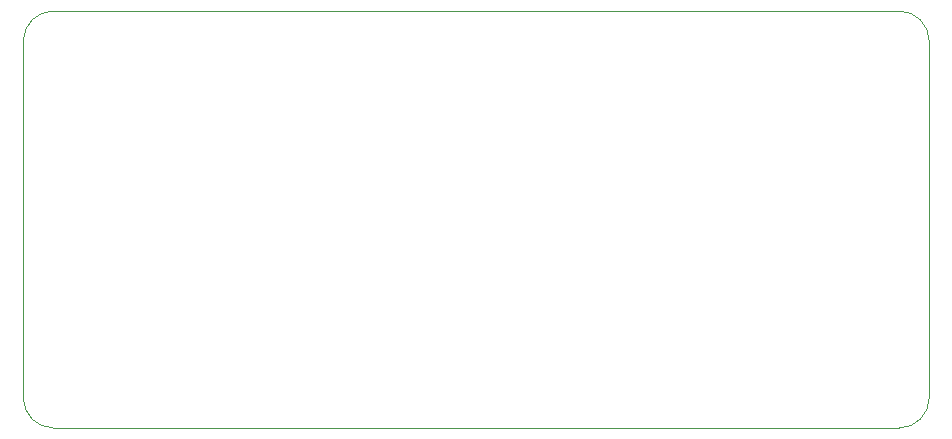
<source format=gbr>
%TF.GenerationSoftware,KiCad,Pcbnew,7.0.8*%
%TF.CreationDate,2023-12-06T00:15:52+05:30*%
%TF.ProjectId,PD Board,50442042-6f61-4726-942e-6b696361645f,V04*%
%TF.SameCoordinates,Original*%
%TF.FileFunction,Profile,NP*%
%FSLAX46Y46*%
G04 Gerber Fmt 4.6, Leading zero omitted, Abs format (unit mm)*
G04 Created by KiCad (PCBNEW 7.0.8) date 2023-12-06 00:15:52*
%MOMM*%
%LPD*%
G01*
G04 APERTURE LIST*
%TA.AperFunction,Profile*%
%ADD10C,0.100000*%
%TD*%
G04 APERTURE END LIST*
D10*
X264850000Y-72350000D02*
X193250000Y-72350000D01*
X193245584Y-72350000D02*
G75*
G03*
X190700000Y-74895584I16J-2545600D01*
G01*
X267400000Y-74895584D02*
G75*
G03*
X264854416Y-72350000I-2545600J-16D01*
G01*
X267400000Y-105100000D02*
X267400000Y-74900000D01*
X193245584Y-107650000D02*
X264850000Y-107650000D01*
X190700000Y-74900000D02*
X190700000Y-105100000D01*
X190700000Y-105104416D02*
G75*
G03*
X193245584Y-107650000I2545600J16D01*
G01*
X264854416Y-107650000D02*
G75*
G03*
X267400000Y-105104416I-16J2545600D01*
G01*
M02*

</source>
